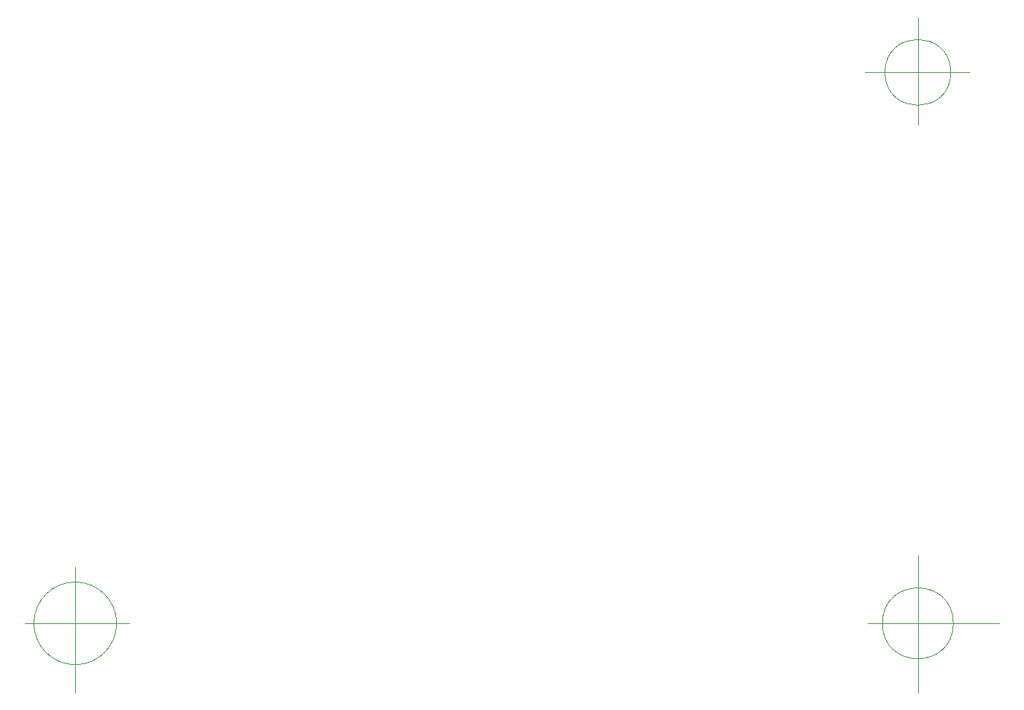
<source format=gbr>
G04 (created by PCBNEW (2013-07-07 BZR 4022)-stable) date 21/05/2014 18:52:46*
%MOIN*%
G04 Gerber Fmt 3.4, Leading zero omitted, Abs format*
%FSLAX34Y34*%
G01*
G70*
G90*
G04 APERTURE LIST*
%ADD10C,0.00590551*%
%ADD11C,0.00393701*%
G04 APERTURE END LIST*
G54D10*
G54D11*
X32854Y18562D02*
X37637Y18562D01*
X35275Y21082D02*
X35275Y16181D01*
X-5511Y-6633D02*
X-728Y-6633D01*
X-3208Y-9803D02*
X-3208Y-4074D01*
X35275Y-9803D02*
X35275Y-3543D01*
X36897Y-6633D02*
G75*
G03X36897Y-6633I-1621J0D01*
G74*
G01*
X32996Y-6633D02*
X38996Y-6633D01*
X36782Y18562D02*
G75*
G03X36782Y18562I-1506J0D01*
G74*
G01*
X-1317Y-6633D02*
G75*
G03X-1317Y-6633I-1890J0D01*
G74*
G01*
M02*

</source>
